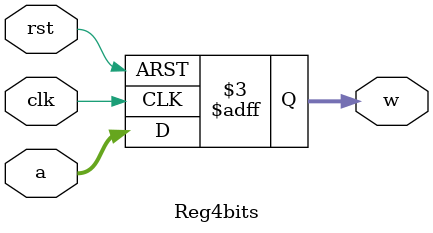
<source format=v>
module Reg4bits(clk, rst, a, w);
	input [3:0] a;
	input clk, rst;
	output reg [3:0] w;
	always @(posedge clk, posedge rst)
	begin
		if(rst == 1) w = 4'b0;
		else w <= a;
	end
endmodule

</source>
